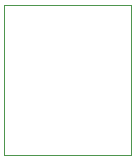
<source format=gbr>
%TF.GenerationSoftware,KiCad,Pcbnew,5.1.10*%
%TF.CreationDate,2022-04-07T11:19:01+02:00*%
%TF.ProjectId,filter01,66696c74-6572-4303-912e-6b696361645f,rev?*%
%TF.SameCoordinates,Original*%
%TF.FileFunction,Profile,NP*%
%FSLAX46Y46*%
G04 Gerber Fmt 4.6, Leading zero omitted, Abs format (unit mm)*
G04 Created by KiCad (PCBNEW 5.1.10) date 2022-04-07 11:19:01*
%MOMM*%
%LPD*%
G01*
G04 APERTURE LIST*
%TA.AperFunction,Profile*%
%ADD10C,0.100000*%
%TD*%
G04 APERTURE END LIST*
D10*
X202565000Y-59690000D02*
X202565000Y-72390000D01*
X191770000Y-59690000D02*
X202565000Y-59690000D01*
X191770000Y-72390000D02*
X191770000Y-59690000D01*
X202565000Y-72390000D02*
X191770000Y-72390000D01*
M02*

</source>
